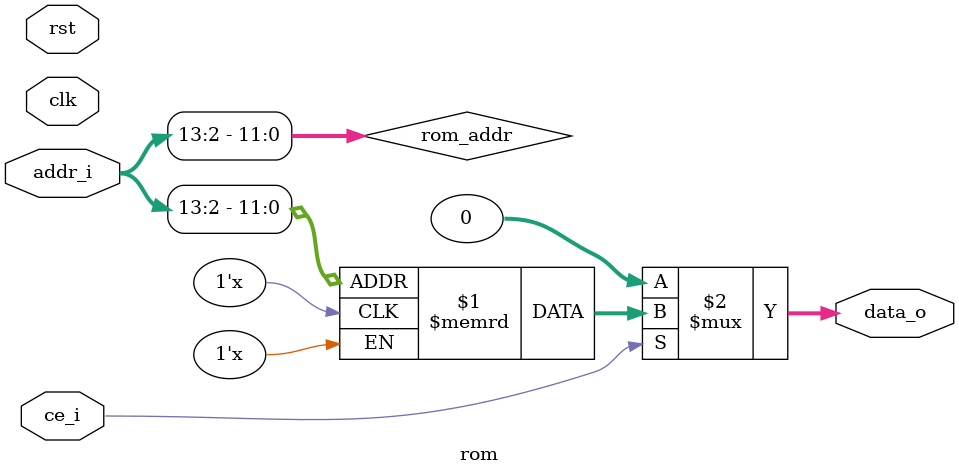
<source format=v>
module rom
#(
    parameter DATA_WIDTH = 32,                  //数据总线宽度
    parameter ADDR_WIDTH = 32,                  //地址总线宽度
    parameter ROM_DEPTH  = 4096                 //ROM深度
)(
    input   wire                        clk,        //时钟输入
    input   wire                        rst,      //复位输入

    input   wire                        ce_i,
    input   wire  [ADDR_WIDTH-1:0   ]   addr_i,
    output  wire  [DATA_WIDTH-1:0   ]   data_o
);

    //计算地址位宽
    localparam ADDR_BITS = $clog2(ROM_DEPTH-1);
    
    //ROM存储阵列
    reg [DATA_WIDTH-1:0] mem [0:ROM_DEPTH-1];
    
    //内部信号
    wire [ADDR_BITS-1:0] rom_addr = addr_i[ADDR_BITS+1:2]; //字节地址转字地址
        
    assign data_o = ce_i ? mem[rom_addr] : 'b0;

endmodule
</source>
